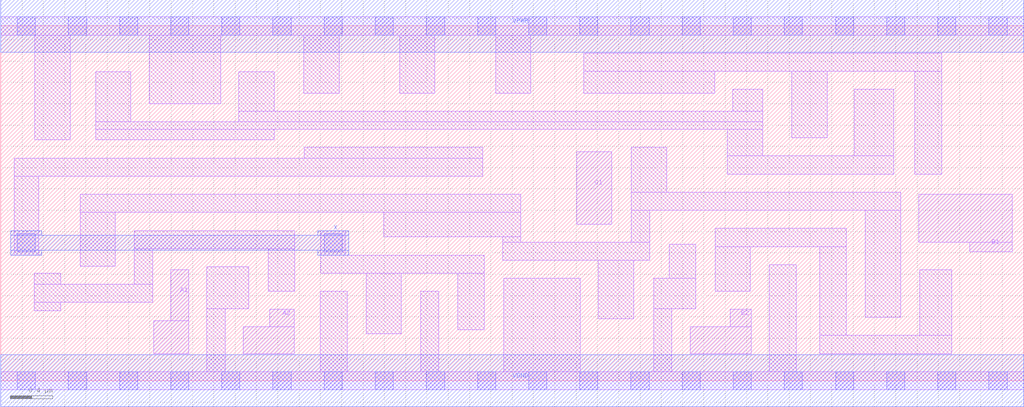
<source format=lef>
# Copyright 2020 The SkyWater PDK Authors
#
# Licensed under the Apache License, Version 2.0 (the "License");
# you may not use this file except in compliance with the License.
# You may obtain a copy of the License at
#
#     https://www.apache.org/licenses/LICENSE-2.0
#
# Unless required by applicable law or agreed to in writing, software
# distributed under the License is distributed on an "AS IS" BASIS,
# WITHOUT WARRANTIES OR CONDITIONS OF ANY KIND, either express or implied.
# See the License for the specific language governing permissions and
# limitations under the License.
#
# SPDX-License-Identifier: Apache-2.0

VERSION 5.7 ;
  NAMESCASESENSITIVE ON ;
  NOWIREEXTENSIONATPIN ON ;
  DIVIDERCHAR "/" ;
  BUSBITCHARS "[]" ;
UNITS
  DATABASE MICRONS 200 ;
END UNITS
MACRO sky130_fd_sc_hs__a221o_4
  CLASS CORE ;
  SOURCE USER ;
  FOREIGN sky130_fd_sc_hs__a221o_4 ;
  ORIGIN  0.000000  0.000000 ;
  SIZE  9.600000 BY  3.330000 ;
  SYMMETRY X Y ;
  SITE unit ;
  PIN A1
    ANTENNAGATEAREA  0.492000 ;
    DIRECTION INPUT ;
    USE SIGNAL ;
    PORT
      LAYER li1 ;
        RECT 1.435000 0.255000 1.765000 0.565000 ;
        RECT 1.595000 0.565000 1.765000 1.040000 ;
    END
  END A1
  PIN A2
    ANTENNAGATEAREA  0.492000 ;
    DIRECTION INPUT ;
    USE SIGNAL ;
    PORT
      LAYER li1 ;
        RECT 2.275000 0.255000 2.755000 0.505000 ;
        RECT 2.525000 0.505000 2.755000 0.670000 ;
    END
  END A2
  PIN B1
    ANTENNAGATEAREA  0.492000 ;
    DIRECTION INPUT ;
    USE SIGNAL ;
    PORT
      LAYER li1 ;
        RECT 8.615000 1.300000 9.495000 1.750000 ;
        RECT 9.095000 1.210000 9.495000 1.300000 ;
    END
  END B1
  PIN B2
    ANTENNAGATEAREA  0.492000 ;
    DIRECTION INPUT ;
    USE SIGNAL ;
    PORT
      LAYER li1 ;
        RECT 6.470000 0.255000 7.045000 0.505000 ;
        RECT 6.845000 0.505000 7.045000 0.670000 ;
    END
  END B2
  PIN C1
    ANTENNAGATEAREA  0.492000 ;
    DIRECTION INPUT ;
    USE SIGNAL ;
    PORT
      LAYER li1 ;
        RECT 5.405000 1.470000 5.735000 2.150000 ;
    END
  END C1
  PIN X
    ANTENNADIFFAREA  1.086400 ;
    DIRECTION OUTPUT ;
    USE SIGNAL ;
    PORT
      LAYER met1 ;
        RECT 0.095000 1.180000 0.385000 1.225000 ;
        RECT 0.095000 1.225000 3.265000 1.365000 ;
        RECT 0.095000 1.365000 0.385000 1.410000 ;
        RECT 2.975000 1.180000 3.265000 1.225000 ;
        RECT 2.975000 1.365000 3.265000 1.410000 ;
    END
  END X
  PIN VGND
    DIRECTION INOUT ;
    USE GROUND ;
    PORT
      LAYER met1 ;
        RECT 0.000000 -0.245000 9.600000 0.245000 ;
    END
  END VGND
  PIN VPWR
    DIRECTION INOUT ;
    USE POWER ;
    PORT
      LAYER met1 ;
        RECT 0.000000 3.085000 9.600000 3.575000 ;
    END
  END VPWR
  OBS
    LAYER li1 ;
      RECT 0.000000 -0.085000 9.600000 0.085000 ;
      RECT 0.000000  3.245000 9.600000 3.415000 ;
      RECT 0.125000  1.180000 0.355000 1.920000 ;
      RECT 0.125000  1.920000 4.525000 2.090000 ;
      RECT 0.315000  0.655000 0.565000 0.735000 ;
      RECT 0.315000  0.735000 1.425000 0.905000 ;
      RECT 0.315000  0.905000 0.565000 1.010000 ;
      RECT 0.320000  2.260000 0.650000 3.245000 ;
      RECT 0.745000  1.075000 1.075000 1.580000 ;
      RECT 0.745000  1.580000 4.880000 1.750000 ;
      RECT 0.890000  2.260000 2.565000 2.360000 ;
      RECT 0.890000  2.360000 7.150000 2.430000 ;
      RECT 0.890000  2.430000 1.220000 2.900000 ;
      RECT 1.255000  0.905000 1.425000 1.240000 ;
      RECT 1.255000  1.240000 2.760000 1.410000 ;
      RECT 1.395000  2.600000 2.065000 3.245000 ;
      RECT 1.935000  0.085000 2.105000 0.675000 ;
      RECT 1.935000  0.675000 2.330000 1.070000 ;
      RECT 2.235000  2.430000 7.150000 2.530000 ;
      RECT 2.235000  2.530000 2.565000 2.900000 ;
      RECT 2.510000  0.840000 2.760000 1.240000 ;
      RECT 2.845000  2.700000 3.175000 3.245000 ;
      RECT 2.850000  2.090000 4.525000 2.190000 ;
      RECT 3.000000  0.085000 3.250000 0.840000 ;
      RECT 3.005000  1.010000 4.540000 1.180000 ;
      RECT 3.005000  1.180000 3.235000 1.410000 ;
      RECT 3.430000  0.440000 3.760000 1.010000 ;
      RECT 3.595000  1.350000 4.880000 1.580000 ;
      RECT 3.745000  2.700000 4.075000 3.245000 ;
      RECT 3.940000  0.085000 4.110000 0.840000 ;
      RECT 4.290000  0.480000 4.540000 1.010000 ;
      RECT 4.645000  2.700000 4.975000 3.245000 ;
      RECT 4.710000  1.130000 6.090000 1.300000 ;
      RECT 4.710000  1.300000 4.880000 1.350000 ;
      RECT 4.720000  0.085000 5.440000 0.960000 ;
      RECT 5.470000  2.700000 6.700000 2.905000 ;
      RECT 5.470000  2.905000 8.830000 3.075000 ;
      RECT 5.610000  0.580000 5.940000 1.130000 ;
      RECT 5.920000  1.300000 6.090000 1.600000 ;
      RECT 5.920000  1.600000 8.445000 1.770000 ;
      RECT 5.920000  1.770000 6.250000 2.190000 ;
      RECT 6.130000  0.085000 6.300000 0.675000 ;
      RECT 6.130000  0.675000 6.525000 0.960000 ;
      RECT 6.275000  0.960000 6.525000 1.280000 ;
      RECT 6.705000  0.840000 7.035000 1.260000 ;
      RECT 6.705000  1.260000 7.935000 1.430000 ;
      RECT 6.820000  1.940000 8.380000 2.110000 ;
      RECT 6.820000  2.110000 7.150000 2.360000 ;
      RECT 6.870000  2.530000 7.150000 2.735000 ;
      RECT 7.215000  0.085000 7.465000 1.090000 ;
      RECT 7.425000  2.280000 7.755000 2.905000 ;
      RECT 7.685000  0.255000 8.925000 0.425000 ;
      RECT 7.685000  0.425000 7.935000 1.260000 ;
      RECT 8.010000  2.110000 8.380000 2.735000 ;
      RECT 8.115000  0.595000 8.445000 1.600000 ;
      RECT 8.580000  1.940000 8.830000 2.905000 ;
      RECT 8.625000  0.425000 8.925000 1.040000 ;
    LAYER mcon ;
      RECT 0.155000 -0.085000 0.325000 0.085000 ;
      RECT 0.155000  1.210000 0.325000 1.380000 ;
      RECT 0.155000  3.245000 0.325000 3.415000 ;
      RECT 0.635000 -0.085000 0.805000 0.085000 ;
      RECT 0.635000  3.245000 0.805000 3.415000 ;
      RECT 1.115000 -0.085000 1.285000 0.085000 ;
      RECT 1.115000  3.245000 1.285000 3.415000 ;
      RECT 1.595000 -0.085000 1.765000 0.085000 ;
      RECT 1.595000  3.245000 1.765000 3.415000 ;
      RECT 2.075000 -0.085000 2.245000 0.085000 ;
      RECT 2.075000  3.245000 2.245000 3.415000 ;
      RECT 2.555000 -0.085000 2.725000 0.085000 ;
      RECT 2.555000  3.245000 2.725000 3.415000 ;
      RECT 3.035000 -0.085000 3.205000 0.085000 ;
      RECT 3.035000  1.210000 3.205000 1.380000 ;
      RECT 3.035000  3.245000 3.205000 3.415000 ;
      RECT 3.515000 -0.085000 3.685000 0.085000 ;
      RECT 3.515000  3.245000 3.685000 3.415000 ;
      RECT 3.995000 -0.085000 4.165000 0.085000 ;
      RECT 3.995000  3.245000 4.165000 3.415000 ;
      RECT 4.475000 -0.085000 4.645000 0.085000 ;
      RECT 4.475000  3.245000 4.645000 3.415000 ;
      RECT 4.955000 -0.085000 5.125000 0.085000 ;
      RECT 4.955000  3.245000 5.125000 3.415000 ;
      RECT 5.435000 -0.085000 5.605000 0.085000 ;
      RECT 5.435000  3.245000 5.605000 3.415000 ;
      RECT 5.915000 -0.085000 6.085000 0.085000 ;
      RECT 5.915000  3.245000 6.085000 3.415000 ;
      RECT 6.395000 -0.085000 6.565000 0.085000 ;
      RECT 6.395000  3.245000 6.565000 3.415000 ;
      RECT 6.875000 -0.085000 7.045000 0.085000 ;
      RECT 6.875000  3.245000 7.045000 3.415000 ;
      RECT 7.355000 -0.085000 7.525000 0.085000 ;
      RECT 7.355000  3.245000 7.525000 3.415000 ;
      RECT 7.835000 -0.085000 8.005000 0.085000 ;
      RECT 7.835000  3.245000 8.005000 3.415000 ;
      RECT 8.315000 -0.085000 8.485000 0.085000 ;
      RECT 8.315000  3.245000 8.485000 3.415000 ;
      RECT 8.795000 -0.085000 8.965000 0.085000 ;
      RECT 8.795000  3.245000 8.965000 3.415000 ;
      RECT 9.275000 -0.085000 9.445000 0.085000 ;
      RECT 9.275000  3.245000 9.445000 3.415000 ;
  END
END sky130_fd_sc_hs__a221o_4
END LIBRARY

</source>
